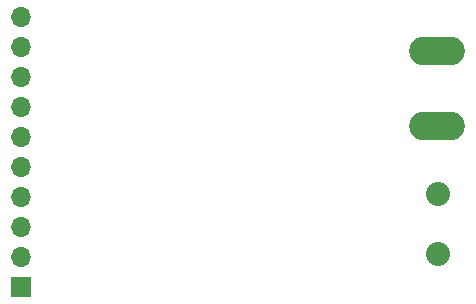
<source format=gbr>
%TF.GenerationSoftware,KiCad,Pcbnew,8.0.7*%
%TF.CreationDate,2025-03-18T00:38:47-04:00*%
%TF.ProjectId,small_hbridge,736d616c-6c5f-4686-9272-696467652e6b,rev?*%
%TF.SameCoordinates,Original*%
%TF.FileFunction,Soldermask,Bot*%
%TF.FilePolarity,Negative*%
%FSLAX46Y46*%
G04 Gerber Fmt 4.6, Leading zero omitted, Abs format (unit mm)*
G04 Created by KiCad (PCBNEW 8.0.7) date 2025-03-18 00:38:47*
%MOMM*%
%LPD*%
G01*
G04 APERTURE LIST*
%ADD10C,2.032000*%
%ADD11O,4.704000X2.454000*%
%ADD12R,1.700000X1.700000*%
%ADD13O,1.700000X1.700000*%
G04 APERTURE END LIST*
D10*
%TO.C,J1*%
X190373000Y-92989400D03*
X190373000Y-98069400D03*
%TD*%
D11*
%TO.C,J3*%
X190246000Y-87199000D03*
X190246000Y-80899000D03*
%TD*%
D12*
%TO.C,J4*%
X155080000Y-100845000D03*
D13*
X155080000Y-98305000D03*
X155080000Y-95765000D03*
X155080000Y-93225000D03*
X155080000Y-90685000D03*
X155080000Y-88145000D03*
X155080000Y-85605000D03*
X155080000Y-83065000D03*
X155080000Y-80525000D03*
X155080000Y-77985000D03*
%TD*%
M02*

</source>
